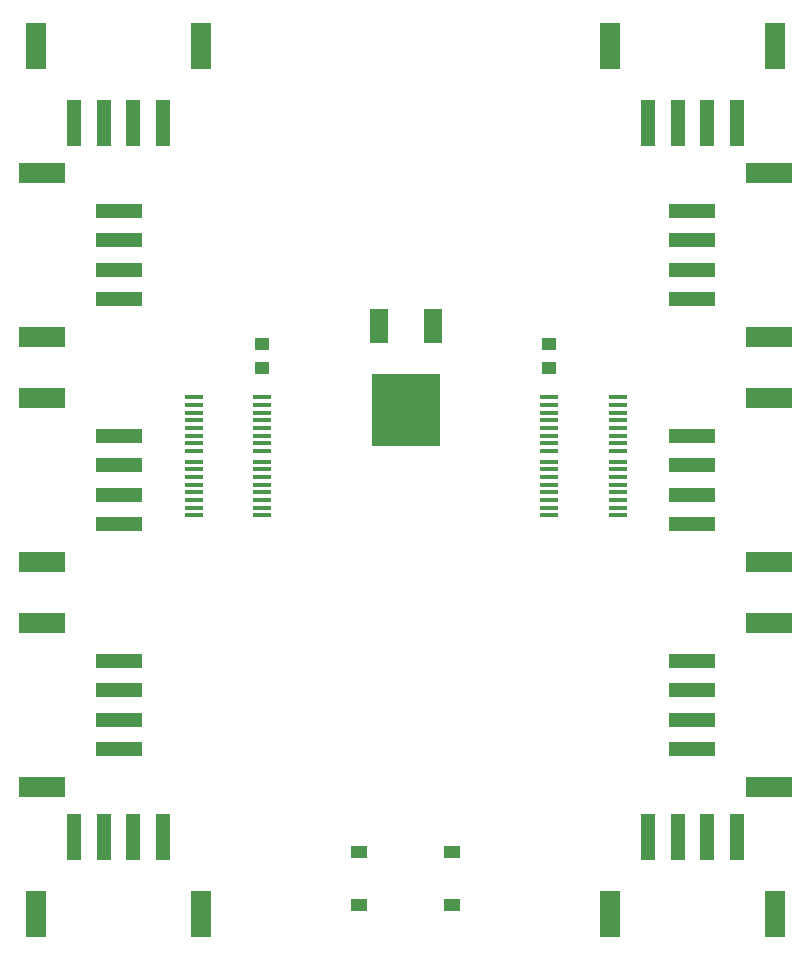
<source format=gtp>
G04 #@! TF.FileFunction,Paste,Top*
%FSLAX46Y46*%
G04 Gerber Fmt 4.6, Leading zero omitted, Abs format (unit mm)*
G04 Created by KiCad (PCBNEW 4.0.7-e2-6376~58~ubuntu16.04.1) date Fri Dec 14 12:18:52 2018*
%MOMM*%
%LPD*%
G01*
G04 APERTURE LIST*
%ADD10C,0.100000*%
%ADD11R,1.200000X1.000000*%
%ADD12R,1.800000X3.900000*%
%ADD13R,1.300000X4.000000*%
%ADD14R,3.900000X1.800000*%
%ADD15R,4.000000X1.300000*%
%ADD16R,1.500000X0.450000*%
%ADD17R,5.800000X6.200000*%
%ADD18R,1.600000X3.000000*%
%ADD19R,1.350000X1.100000*%
G04 APERTURE END LIST*
D10*
D11*
X15650000Y-26275000D03*
X15650000Y-24275000D03*
X39950000Y-26275000D03*
X39950000Y-24275000D03*
D12*
X10450000Y950000D03*
D13*
X7250000Y-5580000D03*
D12*
X-3450000Y950000D03*
D13*
X4750000Y-5580000D03*
X2250000Y-5580000D03*
X-250000Y-5580000D03*
D14*
X-2950000Y-9800000D03*
D15*
X3580000Y-13000000D03*
D14*
X-2950000Y-23700000D03*
D15*
X3580000Y-15500000D03*
X3580000Y-18000000D03*
X3580000Y-20500000D03*
D14*
X-2950000Y-28850000D03*
D15*
X3580000Y-32050000D03*
D14*
X-2950000Y-42750000D03*
D15*
X3580000Y-34550000D03*
X3580000Y-37050000D03*
X3580000Y-39550000D03*
D14*
X-2950000Y-47900000D03*
D15*
X3580000Y-51100000D03*
D14*
X-2950000Y-61800000D03*
D15*
X3580000Y-53600000D03*
X3580000Y-56100000D03*
X3580000Y-58600000D03*
D12*
X-3450000Y-72550000D03*
D13*
X-250000Y-66020000D03*
D12*
X10450000Y-72550000D03*
D13*
X2250000Y-66020000D03*
X4750000Y-66020000D03*
X7250000Y-66020000D03*
D12*
X45150000Y-72550000D03*
D13*
X48350000Y-66020000D03*
D12*
X59050000Y-72550000D03*
D13*
X50850000Y-66020000D03*
X53350000Y-66020000D03*
X55850000Y-66020000D03*
D14*
X58550000Y-61800000D03*
D15*
X52020000Y-58600000D03*
D14*
X58550000Y-47900000D03*
D15*
X52020000Y-56100000D03*
X52020000Y-53600000D03*
X52020000Y-51100000D03*
D14*
X58550000Y-42750000D03*
D15*
X52020000Y-39550000D03*
D14*
X58550000Y-28850000D03*
D15*
X52020000Y-37050000D03*
X52020000Y-34550000D03*
X52020000Y-32050000D03*
D14*
X58550000Y-23700000D03*
D15*
X52020000Y-20500000D03*
D14*
X58550000Y-9800000D03*
D15*
X52020000Y-18000000D03*
X52020000Y-15500000D03*
X52020000Y-13000000D03*
D12*
X59050000Y950000D03*
D13*
X55850000Y-5580000D03*
D12*
X45150000Y950000D03*
D13*
X53350000Y-5580000D03*
X50850000Y-5580000D03*
X48350000Y-5580000D03*
D16*
X39950000Y-34250000D03*
X39950000Y-34900000D03*
X39950000Y-35550000D03*
X39950000Y-36200000D03*
X39950000Y-36850000D03*
X39950000Y-37500000D03*
X39950000Y-38150000D03*
X39950000Y-38800000D03*
X45750000Y-34250000D03*
X45750000Y-34900000D03*
X45750000Y-35550000D03*
X45750000Y-36200000D03*
X45750000Y-36850000D03*
X45750000Y-37500000D03*
X45750000Y-38150000D03*
X45750000Y-38800000D03*
X45750000Y-33350000D03*
X45750000Y-32700000D03*
X45750000Y-32050000D03*
X45750000Y-31400000D03*
X45750000Y-30750000D03*
X45750000Y-30100000D03*
X45750000Y-29450000D03*
X45750000Y-28800000D03*
X39950000Y-33350000D03*
X39950000Y-32700000D03*
X39950000Y-32050000D03*
X39950000Y-31400000D03*
X39950000Y-30750000D03*
X39950000Y-30100000D03*
X39950000Y-29450000D03*
X39950000Y-28800000D03*
X15650000Y-38800000D03*
X15650000Y-38150000D03*
X15650000Y-37500000D03*
X15650000Y-36850000D03*
X15650000Y-36200000D03*
X15650000Y-35550000D03*
X15650000Y-34900000D03*
X15650000Y-34250000D03*
X9850000Y-38800000D03*
X9850000Y-38150000D03*
X9850000Y-37500000D03*
X9850000Y-36850000D03*
X9850000Y-36200000D03*
X9850000Y-35550000D03*
X9850000Y-34900000D03*
X9850000Y-34250000D03*
X9850000Y-28800000D03*
X9850000Y-29450000D03*
X9850000Y-30100000D03*
X9850000Y-30750000D03*
X9850000Y-31400000D03*
X9850000Y-32050000D03*
X9850000Y-32700000D03*
X9850000Y-33350000D03*
X15650000Y-28800000D03*
X15650000Y-29450000D03*
X15650000Y-30100000D03*
X15650000Y-30750000D03*
X15650000Y-31400000D03*
X15650000Y-32050000D03*
X15650000Y-32700000D03*
X15650000Y-33350000D03*
D17*
X27800000Y-29905000D03*
D18*
X25515000Y-22725000D03*
X30085000Y-22725000D03*
D19*
X31775000Y-71775000D03*
X23825000Y-71775000D03*
X31775000Y-67275000D03*
X23825000Y-67275000D03*
M02*

</source>
